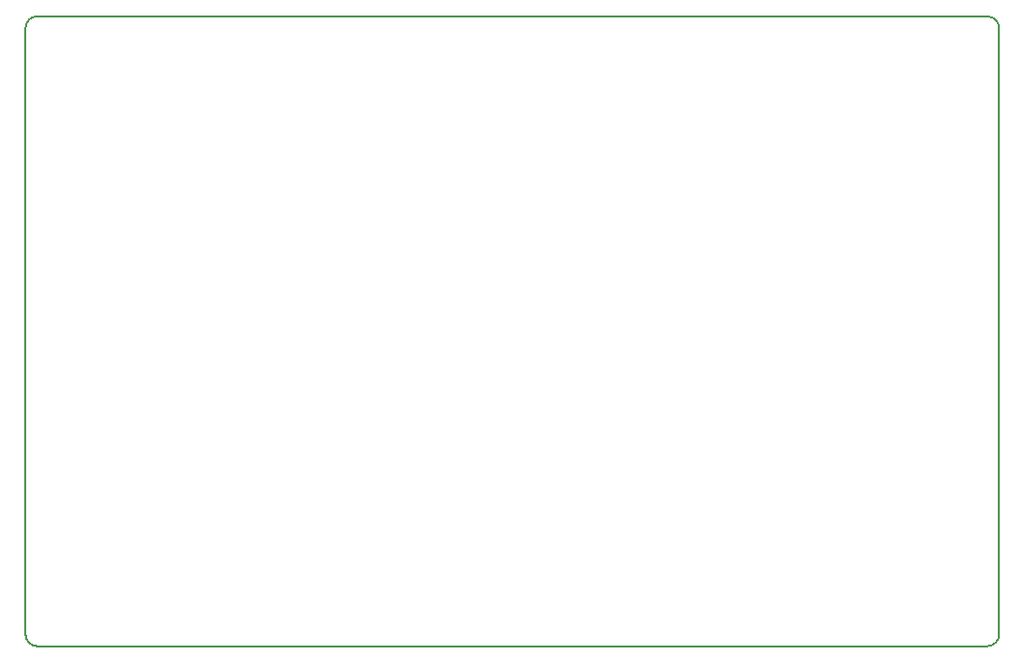
<source format=gm1>
G04 #@! TF.FileFunction,Profile,NP*
%FSLAX46Y46*%
G04 Gerber Fmt 4.6, Leading zero omitted, Abs format (unit mm)*
G04 Created by KiCad (PCBNEW 4.0.7) date Tue Feb 13 14:30:32 2018*
%MOMM*%
%LPD*%
G01*
G04 APERTURE LIST*
%ADD10C,0.100000*%
%ADD11C,0.200000*%
G04 APERTURE END LIST*
D10*
D11*
X92285000Y-48200000D02*
X175285000Y-48200000D01*
X175285000Y-103200000D02*
X92285000Y-103200000D01*
X175285000Y-103200000D02*
G75*
G03X176285000Y-102200000I0J1000000D01*
G01*
X176285000Y-49200000D02*
G75*
G03X175285000Y-48200000I-1000000J0D01*
G01*
X92285000Y-48200000D02*
G75*
G03X91285000Y-49200000I0J-1000000D01*
G01*
X91285000Y-102200000D02*
G75*
G03X92285000Y-103200000I1000000J0D01*
G01*
X176285000Y-102200000D02*
X176285000Y-49200000D01*
X91285000Y-49200000D02*
X91285000Y-102200000D01*
M02*

</source>
